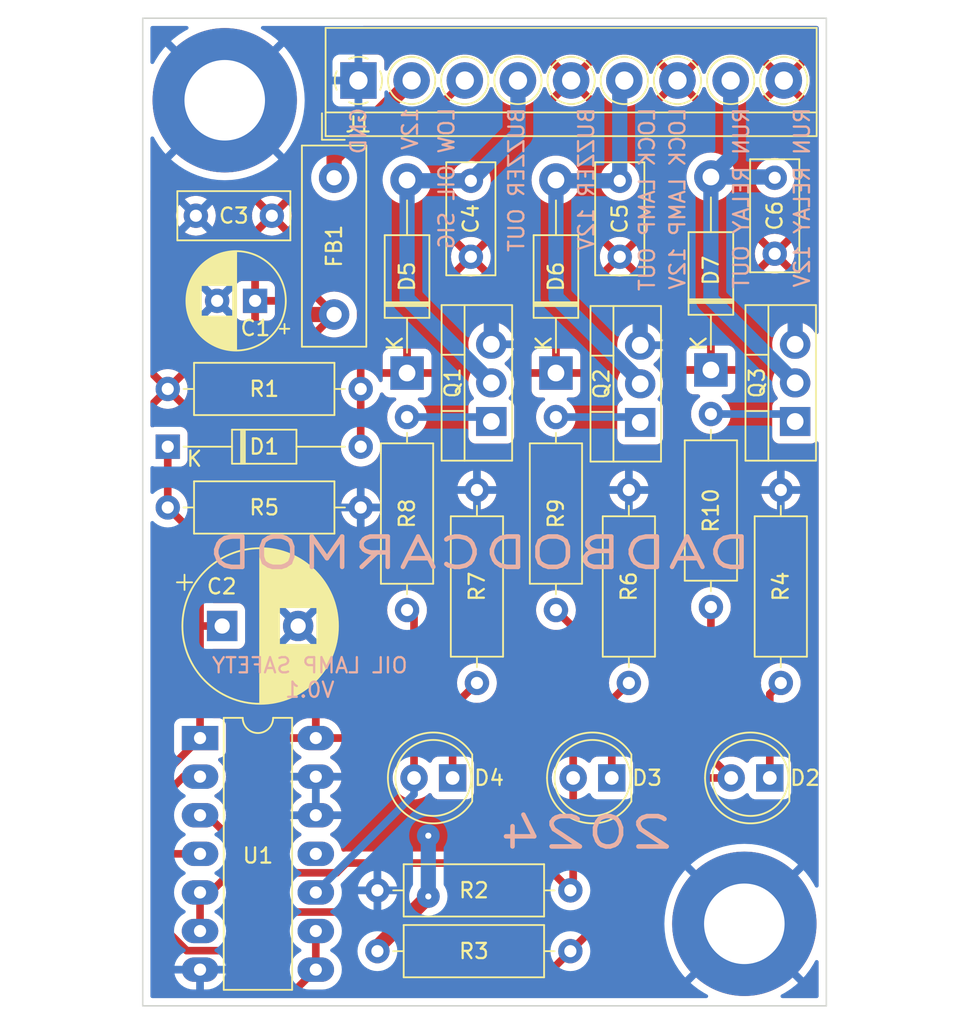
<source format=kicad_pcb>
(kicad_pcb (version 20211014) (generator pcbnew)
  (title_block (title "Oil Lamp Safety") (date "2024-08-07") (rev "v0.1") (company "DadBodCarMod"))
  (layers (0 "F.Cu" signal) (31 "B.Cu" signal) (34 "B.Paste" user) (35 "F.Paste" user) (36 "B.SilkS" user "B.Silkscreen") (37 "F.SilkS" user "F.Silkscreen") (38 "B.Mask" user) (39 "F.Mask" user) (44 "Edge.Cuts" user))
  (net 0 "")
  (net 1 "OIL_BUZZER_OUT_12V")
  (net 2 "12V_GND")
  (net 3 "Net-(C2-Pad1)")
  (net 4 "OIL_BUZZER_OUT_SIG")
  (net 5 "LOCKOUT_LAMP_OUT_SIG")
  (net 6 "RUN_RELAY_OUT_SIG")
  (net 7 "OIL_LOW_SIGNAL")
  (net 8 "Net-(D2-Pad1)")
  (net 9 "RUN")
  (net 10 "Net-(D3-Pad1)")
  (net 11 "LOCKOUT")
  (net 12 "Net-(D4-Pad1)")
  (net 13 "OIL_LOW")
  (net 14 "12V_BATT")
  (net 15 "Net-(Q1-Pad1)")
  (net 16 "Net-(Q2-Pad1)")
  (net 17 "Net-(Q3-Pad1)")
  (footprint "Resistor_THT:R_Axial_DIN0309_L9.0mm_D3.2mm_P12.70mm_Horizontal" (layer "F.Cu") (at 95.45 121.4)
    (fp_text reference "R3" (at 6.35 0) (layer "F.SilkS"))
    (fp_text value "100K")
    (pad "1" thru_hole circle (at 0 0) (size 1.6 1.6) (drill 0.8) (layers *.Cu *.Mask) (net 1 "OIL_BUZZER_OUT_12V"))
    (pad "2" thru_hole oval (at 12.7 0) (size 1.6 1.6) (drill 0.8) (layers *.Cu *.Mask) (net 9 "RUN"))
  )
  (footprint "LED_THT:LED_D5.0mm" (layer "F.Cu") (at 121.275 110 180)
    (fp_text reference "D2" (at -2.325 0 180) (layer "F.SilkS"))
    (fp_text value "GREEN LED")
    (pad "1" thru_hole rect (at 0 0 180) (size 1.8 1.8) (drill 0.9) (layers *.Cu *.Mask) (net 8 "Net-(D2-Pad1)"))
    (pad "2" thru_hole circle (at 2.54 0 180) (size 1.8 1.8) (drill 0.9) (layers *.Cu *.Mask) (net 9 "RUN"))
  )
  (footprint "Diode_THT:D_DO-41_SOD81_P12.70mm_Horizontal" (layer "F.Cu") (at 97.4 83.35 90)
    (fp_text reference "D5" (at 6.35 0 90) (layer "F.SilkS"))
    (fp_text value "1N4004")
    (fp_text user "K" (at 1.95 -0.8 90) (layer "F.SilkS"))
    (pad "1" thru_hole rect (at 0 0 90) (size 2.2 2.2) (drill 1.1) (layers *.Cu *.Mask) (net 1 "OIL_BUZZER_OUT_12V"))
    (pad "2" thru_hole oval (at 12.7 0 90) (size 2.2 2.2) (drill 1.1) (layers *.Cu *.Mask) (net 4 "OIL_BUZZER_OUT_SIG"))
  )
  (footprint "Resistor_THT:R_Axial_DIN0309_L9.0mm_D3.2mm_P12.70mm_Horizontal" (layer "F.Cu") (at 112 103.75 90)
    (fp_text reference "R6" (at 6.35 0 90) (layer "F.SilkS"))
    (fp_text value "4.7K")
    (pad "1" thru_hole circle (at 0 0 90) (size 1.6 1.6) (drill 0.8) (layers *.Cu *.Mask) (net 10 "Net-(D3-Pad1)"))
    (pad "2" thru_hole oval (at 12.7 0 90) (size 1.6 1.6) (drill 0.8) (layers *.Cu *.Mask) (net 2 "12V_GND"))
  )
  (footprint "MountingHole:MountingHole_5.3mm_M5_ISO7380_Pad" (layer "F.Cu") (at 119.6 119.6)
    (fp_text reference "REF**")
    (fp_text value "MountingHole_5.3mm_M5_ISO7380_Pad")
    (pad "1" thru_hole circle (at 0 0) (size 9.5 9.5) (drill 5.3) (layers *.Cu *.Mask) (net 2 "12V_GND"))
  )
  (footprint "LED_THT:LED_D5.0mm" (layer "F.Cu") (at 110.875 110 180)
    (fp_text reference "D3" (at -2.325 0 180) (layer "F.SilkS"))
    (fp_text value "YELLOW LED")
    (pad "1" thru_hole rect (at 0 0 180) (size 1.8 1.8) (drill 0.9) (layers *.Cu *.Mask) (net 10 "Net-(D3-Pad1)"))
    (pad "2" thru_hole circle (at 2.54 0 180) (size 1.8 1.8) (drill 0.9) (layers *.Cu *.Mask) (net 11 "LOCKOUT"))
  )
  (footprint "Resistor_THT:R_Axial_DIN0309_L9.0mm_D3.2mm_P12.70mm_Horizontal" (layer "F.Cu") (at 107.2 98.95 90)
    (fp_text reference "R9" (at 6.35 0 90) (layer "F.SilkS"))
    (fp_text value "1K")
    (pad "1" thru_hole circle (at 0 0 90) (size 1.6 1.6) (drill 0.8) (layers *.Cu *.Mask) (net 11 "LOCKOUT"))
    (pad "2" thru_hole oval (at 12.7 0 90) (size 1.6 1.6) (drill 0.8) (layers *.Cu *.Mask) (net 16 "Net-(Q2-Pad1)"))
  )
  (footprint "Package_DIP:DIP-14_W7.62mm_LongPads" (layer "F.Cu") (at 83.775 107.375)
    (fp_text reference "U1" (at 3.81 7.74) (layer "F.SilkS"))
    (fp_text value "HEF4093B")
    (pad "1" thru_hole rect (at 0 0) (size 2.4 1.6) (drill 0.8) (layers *.Cu *.Mask) (net 3 "Net-(C2-Pad1)"))
    (pad "2" thru_hole oval (at 0 2.54) (size 2.4 1.6) (drill 0.8) (layers *.Cu *.Mask) (net 9 "RUN"))
    (pad "3" thru_hole oval (at 0 5.08) (size 2.4 1.6) (drill 0.8) (layers *.Cu *.Mask) (net 11 "LOCKOUT"))
    (pad "4" thru_hole oval (at 0 7.62) (size 2.4 1.6) (drill 0.8) (layers *.Cu *.Mask) (net 9 "RUN"))
    (pad "5" thru_hole oval (at 0 10.16) (size 2.4 1.6) (drill 0.8) (layers *.Cu *.Mask) (net 11 "LOCKOUT"))
    (pad "6" thru_hole oval (at 0 12.7) (size 2.4 1.6) (drill 0.8) (layers *.Cu *.Mask) (net 11 "LOCKOUT"))
    (pad "7" thru_hole oval (at 0 15.24) (size 2.4 1.6) (drill 0.8) (layers *.Cu *.Mask) (net 2 "12V_GND"))
    (pad "8" thru_hole oval (at 7.62 15.24) (size 2.4 1.6) (drill 0.8) (layers *.Cu *.Mask) (net 3 "Net-(C2-Pad1)"))
    (pad "9" thru_hole oval (at 7.62 12.7) (size 2.4 1.6) (drill 0.8) (layers *.Cu *.Mask) (net 3 "Net-(C2-Pad1)"))
    (pad "10" thru_hole oval (at 7.62 10.16) (size 2.4 1.6) (drill 0.8) (layers *.Cu *.Mask) (net 13 "OIL_LOW"))
    (pad "11" thru_hole oval (at 7.62 7.62) (size 2.4 1.6) (drill 0.8) (layers *.Cu *.Mask))
    (pad "12" thru_hole oval (at 7.62 5.08) (size 2.4 1.6) (drill 0.8) (layers *.Cu *.Mask) (net 2 "12V_GND"))
    (pad "13" thru_hole oval (at 7.62 2.54) (size 2.4 1.6) (drill 0.8) (layers *.Cu *.Mask) (net 2 "12V_GND"))
    (pad "14" thru_hole oval (at 7.62 0) (size 2.4 1.6) (drill 0.8) (layers *.Cu *.Mask) (net 1 "OIL_BUZZER_OUT_12V"))
  )
  (footprint "Resistor_THT:R_Box_L13.0mm_W4.0mm_P9.00mm" (layer "F.Cu") (at 92.6 70.5 -90)
    (fp_text reference "FB1" (at 4.5 0 90) (layer "F.SilkS"))
    (fp_text value "FerriteBead")
    (pad "1" thru_hole circle (at 0 0 270) (size 2 2) (drill 1) (layers *.Cu *.Mask) (net 14 "12V_BATT"))
    (pad "2" thru_hole circle (at 9 0 270) (size 2 2) (drill 1) (layers *.Cu *.Mask) (net 1 "OIL_BUZZER_OUT_12V"))
  )
  (footprint "Package_TO_SOT_THT:TO-220-3_Vertical" (layer "F.Cu") (at 102.945 86.54 90)
    (fp_text reference "Q1" (at 2.54 -2.545 90) (layer "F.SilkS"))
    (fp_text value "IRF540N")
    (pad "1" thru_hole rect (at 0 0 90) (size 1.905 2) (drill 1.1) (layers *.Cu *.Mask) (net 15 "Net-(Q1-Pad1)"))
    (pad "2" thru_hole oval (at 2.54 0 90) (size 1.905 2) (drill 1.1) (layers *.Cu *.Mask) (net 4 "OIL_BUZZER_OUT_SIG"))
    (pad "3" thru_hole oval (at 5.08 0 90) (size 1.905 2) (drill 1.1) (layers *.Cu *.Mask) (net 2 "12V_GND"))
  )
  (footprint "Resistor_THT:R_Axial_DIN0309_L9.0mm_D3.2mm_P12.70mm_Horizontal" (layer "F.Cu") (at 81.65 84.4)
    (fp_text reference "R1" (at 6.35 0) (layer "F.SilkS"))
    (fp_text value "100K")
    (pad "1" thru_hole circle (at 0 0) (size 1.6 1.6) (drill 0.8) (layers *.Cu *.Mask) (net 1 "OIL_BUZZER_OUT_12V"))
    (pad "2" thru_hole oval (at 12.7 0) (size 1.6 1.6) (drill 0.8) (layers *.Cu *.Mask) (net 7 "OIL_LOW_SIGNAL"))
  )
  (footprint "Resistor_THT:R_Axial_DIN0309_L9.0mm_D3.2mm_P12.70mm_Horizontal" (layer "F.Cu") (at 117.4 98.75 90)
    (fp_text reference "R10" (at 6.35 0 90) (layer "F.SilkS"))
    (fp_text value "1K")
    (pad "1" thru_hole circle (at 0 0 90) (size 1.6 1.6) (drill 0.8) (layers *.Cu *.Mask) (net 9 "RUN"))
    (pad "2" thru_hole oval (at 12.7 0 90) (size 1.6 1.6) (drill 0.8) (layers *.Cu *.Mask) (net 17 "Net-(Q3-Pad1)"))
  )
  (footprint "Diode_THT:D_DO-41_SOD81_P12.70mm_Horizontal" (layer "F.Cu") (at 117.4 83.15 90)
    (fp_text reference "D7" (at 6.55 0 90) (layer "F.SilkS"))
    (fp_text value "1N4004")
    (fp_text user "K" (at 1.75 -0.8 90) (layer "F.SilkS"))
    (pad "1" thru_hole rect (at 0 0 90) (size 2.2 2.2) (drill 1.1) (layers *.Cu *.Mask) (net 1 "OIL_BUZZER_OUT_12V"))
    (pad "2" thru_hole oval (at 12.7 0 90) (size 2.2 2.2) (drill 1.1) (layers *.Cu *.Mask) (net 6 "RUN_RELAY_OUT_SIG"))
  )
  (footprint "Resistor_THT:R_Axial_DIN0309_L9.0mm_D3.2mm_P12.70mm_Horizontal" (layer "F.Cu") (at 81.65 92.2)
    (fp_text reference "R5" (at 6.35 0) (layer "F.SilkS"))
    (fp_text value "500K")
    (pad "1" thru_hole circle (at 0 0) (size 1.6 1.6) (drill 0.8) (layers *.Cu *.Mask) (net 3 "Net-(C2-Pad1)"))
    (pad "2" thru_hole oval (at 12.7 0) (size 1.6 1.6) (drill 0.8) (layers *.Cu *.Mask) (net 2 "12V_GND"))
  )
  (footprint "Resistor_THT:R_Axial_DIN0309_L9.0mm_D3.2mm_P12.70mm_Horizontal" (layer "F.Cu") (at 122 103.75 90)
    (fp_text reference "R4" (at 6.35 0 90) (layer "F.SilkS"))
    (fp_text value "4.7K")
    (pad "1" thru_hole circle (at 0 0 90) (size 1.6 1.6) (drill 0.8) (layers *.Cu *.Mask) (net 8 "Net-(D2-Pad1)"))
    (pad "2" thru_hole oval (at 12.7 0 90) (size 1.6 1.6) (drill 0.8) (layers *.Cu *.Mask) (net 2 "12V_GND"))
  )
  (footprint "Package_TO_SOT_THT:TO-220-3_Vertical" (layer "F.Cu") (at 122.945 86.54 90)
    (fp_text reference "Q3" (at 2.54 -2.515 90) (layer "F.SilkS"))
    (fp_text value "IRF540N")
    (pad "1" thru_hole rect (at 0 0 90) (size 1.905 2) (drill 1.1) (layers *.Cu *.Mask) (net 17 "Net-(Q3-Pad1)"))
    (pad "2" thru_hole oval (at 2.54 0 90) (size 1.905 2) (drill 1.1) (layers *.Cu *.Mask) (net 6 "RUN_RELAY_OUT_SIG"))
    (pad "3" thru_hole oval (at 5.08 0 90) (size 1.905 2) (drill 1.1) (layers *.Cu *.Mask) (net 2 "12V_GND"))
  )
  (footprint "Resistor_THT:R_Axial_DIN0309_L9.0mm_D3.2mm_P12.70mm_Horizontal" (layer "F.Cu") (at 97.4 98.95 90)
    (fp_text reference "R8" (at 6.35 0 90) (layer "F.SilkS"))
    (fp_text value "1K")
    (pad "1" thru_hole circle (at 0 0 90) (size 1.6 1.6) (drill 0.8) (layers *.Cu *.Mask) (net 13 "OIL_LOW"))
    (pad "2" thru_hole oval (at 12.7 0 90) (size 1.6 1.6) (drill 0.8) (layers *.Cu *.Mask) (net 15 "Net-(Q1-Pad1)"))
  )
  (footprint "Capacitor_THT:C_Rect_L7.2mm_W3.0mm_P5.00mm_FKS2_FKP2_MKS2_MKP2" (layer "F.Cu") (at 111.4 75.7 90)
    (fp_text reference "C5" (at 2.5 0 90) (layer "F.SilkS"))
    (fp_text value "100 nF")
    (pad "1" thru_hole circle (at 0 0 90) (size 1.6 1.6) (drill 0.8) (layers *.Cu *.Mask) (net 1 "OIL_BUZZER_OUT_12V"))
    (pad "2" thru_hole circle (at 5 0 90) (size 1.6 1.6) (drill 0.8) (layers *.Cu *.Mask) (net 5 "LOCKOUT_LAMP_OUT_SIG"))
  )
  (footprint "Package_TO_SOT_THT:TO-220-3_Vertical" (layer "F.Cu") (at 112.745 86.6 90)
    (fp_text reference "Q2" (at 2.54 -2.545 90) (layer "F.SilkS"))
    (fp_text value "IRF540N")
    (pad "1" thru_hole rect (at 0 0 90) (size 1.905 2) (drill 1.1) (layers *.Cu *.Mask) (net 16 "Net-(Q2-Pad1)"))
    (pad "2" thru_hole oval (at 2.54 0 90) (size 1.905 2) (drill 1.1) (layers *.Cu *.Mask) (net 5 "LOCKOUT_LAMP_OUT_SIG"))
    (pad "3" thru_hole oval (at 5.08 0 90) (size 1.905 2) (drill 1.1) (layers *.Cu *.Mask) (net 2 "12V_GND"))
  )
  (footprint "Diode_THT:D_DO-35_SOD27_P12.70mm_Horizontal" (layer "F.Cu") (at 81.65 88.2)
    (fp_text reference "D1" (at 6.35 0) (layer "F.SilkS"))
    (fp_text value "1N4148")
    (fp_text user "K" (at 1.75 0.8) (layer "F.SilkS"))
    (pad "1" thru_hole rect (at 0 0) (size 1.6 1.6) (drill 0.8) (layers *.Cu *.Mask) (net 3 "Net-(C2-Pad1)"))
    (pad "2" thru_hole oval (at 12.7 0) (size 1.6 1.6) (drill 0.8) (layers *.Cu *.Mask) (net 7 "OIL_LOW_SIGNAL"))
  )
  (footprint "Resistor_THT:R_Axial_DIN0309_L9.0mm_D3.2mm_P12.70mm_Horizontal" (layer "F.Cu") (at 108.15 117.4 180)
    (fp_text reference "R2" (at 6.35 0) (layer "F.SilkS"))
    (fp_text value "100K")
    (pad "1" thru_hole circle (at 0 0 180) (size 1.6 1.6) (drill 0.8) (layers *.Cu *.Mask) (net 11 "LOCKOUT"))
    (pad "2" thru_hole oval (at 12.7 0 180) (size 1.6 1.6) (drill 0.8) (layers *.Cu *.Mask) (net 2 "12V_GND"))
  )
  (footprint "Resistor_THT:R_Axial_DIN0309_L9.0mm_D3.2mm_P12.70mm_Horizontal" (layer "F.Cu") (at 102 103.75 90)
    (fp_text reference "R7" (at 6.35 0 90) (layer "F.SilkS"))
    (fp_text value "4.7K")
    (pad "1" thru_hole circle (at 0 0 90) (size 1.6 1.6) (drill 0.8) (layers *.Cu *.Mask) (net 12 "Net-(D4-Pad1)"))
    (pad "2" thru_hole oval (at 12.7 0 90) (size 1.6 1.6) (drill 0.8) (layers *.Cu *.Mask) (net 2 "12V_GND"))
  )
  (footprint "Capacitor_THT:CP_Radial_D6.3mm_P2.50mm" (layer "F.Cu") (at 87.4 78.6 180)
    (fp_text reference "C1" (at -0.01762 -1.8) (layer "F.SilkS"))
    (fp_text value "10 uF")
    (pad "1" thru_hole rect (at 0 0 180) (size 1.6 1.6) (drill 0.8) (layers *.Cu *.Mask) (net 1 "OIL_BUZZER_OUT_12V"))
    (pad "2" thru_hole circle (at 2.5 0 180) (size 1.6 1.6) (drill 0.8) (layers *.Cu *.Mask) (net 2 "12V_GND"))
  )
  (footprint "LED_THT:LED_D5.0mm" (layer "F.Cu") (at 100.4 110 180)
    (fp_text reference "D4" (at -2.4 0 180) (layer "F.SilkS"))
    (fp_text value "RED LED")
    (pad "1" thru_hole rect (at 0 0 180) (size 1.8 1.8) (drill 0.9) (layers *.Cu *.Mask) (net 12 "Net-(D4-Pad1)"))
    (pad "2" thru_hole circle (at 2.54 0 180) (size 1.8 1.8) (drill 0.9) (layers *.Cu *.Mask) (net 13 "OIL_LOW"))
  )
  (footprint "Capacitor_THT:CP_Radial_D10.0mm_P5.00mm" (layer "F.Cu") (at 85.232323 100)
    (fp_text reference "C2" (at -0.032323 -2.6) (layer "F.SilkS"))
    (fp_text value "100 uF")
    (pad "1" thru_hole rect (at 0 0) (size 2 2) (drill 1) (layers *.Cu *.Mask) (net 3 "Net-(C2-Pad1)"))
    (pad "2" thru_hole circle (at 5 0) (size 2 2) (drill 1) (layers *.Cu *.Mask) (net 2 "12V_GND"))
  )
  (footprint "MountingHole:MountingHole_5.3mm_M5_ISO7380_Pad" (layer "F.Cu") (at 85.4 65.4)
    (fp_text reference "REF**")
    (fp_text value "MountingHole_5.3mm_M5_ISO7380_Pad")
    (pad "1" thru_hole circle (at 0 0) (size 9.5 9.5) (drill 5.3) (layers *.Cu *.Mask) (net 2 "12V_GND"))
  )
  (footprint "Diode_THT:D_DO-41_SOD81_P12.70mm_Horizontal" (layer "F.Cu") (at 107.2 83.35 90)
    (fp_text reference "D6" (at 6.35 0 90) (layer "F.SilkS"))
    (fp_text value "1N4004")
    (fp_text user "K" (at 1.95 -0.8 90) (layer "F.SilkS"))
    (pad "1" thru_hole rect (at 0 0 90) (size 2.2 2.2) (drill 1.1) (layers *.Cu *.Mask) (net 1 "OIL_BUZZER_OUT_12V"))
    (pad "2" thru_hole oval (at 12.7 0 90) (size 2.2 2.2) (drill 1.1) (layers *.Cu *.Mask) (net 5 "LOCKOUT_LAMP_OUT_SIG"))
  )
  (footprint "Capacitor_THT:C_Rect_L7.2mm_W3.0mm_P5.00mm_FKS2_FKP2_MKS2_MKP2" (layer "F.Cu") (at 101.6 75.7 90)
    (fp_text reference "C4" (at 2.5 0 90) (layer "F.SilkS"))
    (fp_text value "100 nF")
    (pad "1" thru_hole circle (at 0 0 90) (size 1.6 1.6) (drill 0.8) (layers *.Cu *.Mask) (net 1 "OIL_BUZZER_OUT_12V"))
    (pad "2" thru_hole circle (at 5 0 90) (size 1.6 1.6) (drill 0.8) (layers *.Cu *.Mask) (net 4 "OIL_BUZZER_OUT_SIG"))
  )
  (footprint "TerminalBlock_4Ucon:TerminalBlock_4Ucon_1x09_P3.50mm_Horizontal" (layer "F.Cu") (at 94.2 64.1)
    (fp_text reference "J1" (at 0 2.9) (layer "F.SilkS"))
    (fp_text value "Screw_Terminal_01x09")
    (pad "1" thru_hole rect (at 0 0) (size 2.4 2.4) (drill 1.2) (layers *.Cu *.Mask) (net 2 "12V_GND"))
    (pad "2" thru_hole circle (at 3.5 0) (size 2.4 2.4) (drill 1.2) (layers *.Cu *.Mask) (net 14 "12V_BATT"))
    (pad "3" thru_hole circle (at 7 0) (size 2.4 2.4) (drill 1.2) (layers *.Cu *.Mask) (net 7 "OIL_LOW_SIGNAL"))
    (pad "4" thru_hole circle (at 10.5 0) (size 2.4 2.4) (drill 1.2) (layers *.Cu *.Mask) (net 4 "OIL_BUZZER_OUT_SIG"))
    (pad "5" thru_hole circle (at 14 0) (size 2.4 2.4) (drill 1.2) (layers *.Cu *.Mask) (net 1 "OIL_BUZZER_OUT_12V"))
    (pad "6" thru_hole circle (at 17.5 0) (size 2.4 2.4) (drill 1.2) (layers *.Cu *.Mask) (net 5 "LOCKOUT_LAMP_OUT_SIG"))
    (pad "7" thru_hole circle (at 21 0) (size 2.4 2.4) (drill 1.2) (layers *.Cu *.Mask) (net 1 "OIL_BUZZER_OUT_12V"))
    (pad "8" thru_hole circle (at 24.5 0) (size 2.4 2.4) (drill 1.2) (layers *.Cu *.Mask) (net 6 "RUN_RELAY_OUT_SIG"))
    (pad "9" thru_hole circle (at 28 0) (size 2.4 2.4) (drill 1.2) (layers *.Cu *.Mask) (net 1 "OIL_BUZZER_OUT_12V"))
  )
  (footprint "Capacitor_THT:C_Rect_L7.2mm_W3.0mm_P5.00mm_FKS2_FKP2_MKS2_MKP2" (layer "F.Cu") (at 88.5 73 180)
    (fp_text reference "C3" (at 2.5 0) (layer "F.SilkS"))
    (fp_text value "100 nF")
    (pad "1" thru_hole circle (at 0 0 180) (size 1.6 1.6) (drill 0.8) (layers *.Cu *.Mask) (net 1 "OIL_BUZZER_OUT_12V"))
    (pad "2" thru_hole circle (at 5 0 180) (size 1.6 1.6) (drill 0.8) (layers *.Cu *.Mask) (net 2 "12V_GND"))
  )
  (footprint "Capacitor_THT:C_Rect_L7.2mm_W3.0mm_P5.00mm_FKS2_FKP2_MKS2_MKP2" (layer "F.Cu") (at 121.6 75.5 90)
    (fp_text reference "C6" (at 2.5 0 90) (layer "F.SilkS"))
    (fp_text value "100 nF")
    (pad "1" thru_hole circle (at 0 0 90) (size 1.6 1.6) (drill 0.8) (layers *.Cu *.Mask) (net 1 "OIL_BUZZER_OUT_12V"))
    (pad "2" thru_hole circle (at 5 0 90) (size 1.6 1.6) (drill 0.8) (layers *.Cu *.Mask) (net 6 "RUN_RELAY_OUT_SIG"))
  )
  (gr_rect (start 80 60) (end 125 125) (layer "Edge.Cuts") (width 0.1) (fill none))
  (gr_text "BUZZER OUT" (at 104.6 65.8 90) (layer "B.SilkS") (effects (font (size 1 1)) (justify left mirror)))
  (gr_text "OIL LAMP SAFETY\nV0.1" (at 91 103.4) (layer "B.SilkS") (effects (font (size 1 1)) (justify mirror)))
  (gr_text "2024" (at 109.2 113.6) (layer "B.SilkS") (effects (font (size 2 3) (thickness 0.3)) (justify mirror)))
  (gr_text "LOCK LAMP 12V" (at 115.2 65.8 90) (layer "B.SilkS") (effects (font (size 1 1)) (justify left mirror)))
  (gr_text "LOCK LAMP OUT" (at 113.2 65.8 90) (layer "B.SilkS") (effects (font (size 1 1)) (justify left mirror)))
  (gr_text "RUN RELAY 12V" (at 123.4 65.8 90) (layer "B.SilkS") (effects (font (size 1 1)) (justify left mirror)))
  (gr_text "DADBODCARMOD" (at 102.2 95.2) (layer "B.SilkS") (effects (font (size 2 3) (thickness 0.3)) (justify mirror)))
  (gr_text "GND" (at 94.2 65.8 90) (layer "B.SilkS") (effects (font (size 1 1)) (justify left mirror)))
  (gr_text "LOW OIL SIG" (at 100 65.8 90) (layer "B.SilkS") (effects (font (size 1 1)) (justify left mirror)))
  (gr_text "RUN RELAY OUT" (at 119.4 65.8 90) (layer "B.SilkS") (effects (font (size 1 1)) (justify left mirror)))
  (gr_text "12V" (at 97.6 65.8 90) (layer "B.SilkS") (effects (font (size 1 1)) (justify left mirror)))
  (gr_text "BUZZER 12V" (at 109.2 65.8 90) (layer "B.SilkS") (effects (font (size 1 1)) (justify left mirror)))
  (segment (start 95.45 121.15) (end 98.8 117.8) (width 1) (layer "F.Cu") (net 1))
  (segment (start 92.6 79.5) (end 90.9 79.5) (width 1) (layer "F.Cu") (net 1))
  (segment (start 95.45 121.4) (end 95.45 121.15) (width 1) (layer "F.Cu") (net 1))
  (via (at 98.8 113.8) (size 1.5) (drill 0.4) (layers "F.Cu" "B.Cu") (net 1))
  (via (at 98.8 117.8) (size 1.5) (drill 0.4) (layers "F.Cu" "B.Cu") (net 1))
  (segment (start 98.8 117.8) (end 98.8 113.8) (width 1) (layer "B.Cu") (net 1))
  (segment (start 112.745 81.52) (end 112.745 79.655) (width 1) (layer "B.Cu") (net 2))
  (segment (start 122.945 81.46) (end 122.945 79.455) (width 1) (layer "B.Cu") (net 2))
  (segment (start 102.945 81.46) (end 102.945 79.455) (width 1) (layer "B.Cu") (net 2))
  (segment (start 80.80048 110.34952) (end 80.80048 123.00048) (width 0.5) (layer "F.Cu") (net 3))
  (segment (start 91.385 122.615) (end 91.395 122.615) (width 0.5) (layer "F.Cu") (net 3))
  (segment (start 81.65 88.2) (end 81.65 92.2) (width 0.5) (layer "F.Cu") (net 3))
  (segment (start 83.775 107.375) (end 83.775 99.975) (width 0.5) (layer "F.Cu") (net 3))
  (segment (start 85.232323 100) (end 83.8 100) (width 0.5) (layer "F.Cu") (net 3))
  (segment (start 83.8 100) (end 83.775 99.975) (width 0.5) (layer "F.Cu") (net 3))
  (segment (start 83.775 94.325) (end 81.65 92.2) (width 0.5) (layer "F.Cu") (net 3))
  (segment (start 89.8 124.2) (end 91.385 122.615) (width 0.5) (layer "F.Cu") (net 3))
  (segment (start 91.395 122.615) (end 91.395 120.075) (width 0.5) (layer "F.Cu") (net 3))
  (segment (start 80.80048 123.00048) (end 82 124.2) (width 0.5) (layer "F.Cu") (net 3))
  (segment (start 83.775 107.375) (end 80.80048 110.34952) (width 0.5) (layer "F.Cu") (net 3))
  (segment (start 82 124.2) (end 89.8 124.2) (width 0.5) (layer "F.Cu") (net 3))
  (segment (start 83.775 99.975) (end 83.775 94.325) (width 0.5) (layer "F.Cu") (net 3))
  (segment (start 104.7 67.6) (end 101.6 70.7) (width 1) (layer "B.Cu") (net 4))
  (segment (start 97.4 78.455) (end 102.945 84) (width 1) (layer "B.Cu") (net 4))
  (segment (start 104.7 64.1) (end 104.7 67.6) (width 1) (layer "B.Cu") (net 4))
  (segment (start 101.6 70.7) (end 97.45 70.7) (width 1) (layer "B.Cu") (net 4))
  (segment (start 97.4 70.65) (end 97.4 78.455) (width 1) (layer "B.Cu") (net 4))
  (segment (start 97.45 70.7) (end 97.4 70.65) (width 1) (layer "B.Cu") (net 4))
  (segment (start 107.2 78.358809) (end 107.2 70.65) (width 1) (layer "B.Cu") (net 5))
  (segment (start 111.4 64.4) (end 111.7 64.1) (width 1) (layer "B.Cu") (net 5))
  (segment (start 112.745 83.903809) (end 107.2 78.358809) (width 1) (layer "B.Cu") (net 5))
  (segment (start 111.4 70.7) (end 107.25 70.7) (width 1) (layer "B.Cu") (net 5))
  (segment (start 111.4 70.7) (end 111.4 64.4) (width 1) (layer "B.Cu") (net 5))
  (segment (start 112.745 84.06) (end 112.745 83.903809) (width 1) (layer "B.Cu") (net 5))
  (segment (start 107.25 70.7) (end 107.2 70.65) (width 1) (layer "B.Cu") (net 5))
  (segment (start 117.4 70.45) (end 121.55 70.45) (width 1) (layer "B.Cu") (net 6))
  (segment (start 121.55 70.45) (end 121.6 70.5) (width 1) (layer "B.Cu") (net 6))
  (segment (start 118.7 64.1) (end 118.7 69.15) (width 1) (layer "B.Cu") (net 6))
  (segment (start 118.7 69.15) (end 117.4 70.45) (width 1) (layer "B.Cu") (net 6))
  (segment (start 117.4 78.455) (end 117.4 70.45) (width 1) (layer "B.Cu") (net 6))
  (segment (start 122.945 84) (end 117.4 78.455) (width 1) (layer "B.Cu") (net 6))
  (segment (start 94.35 84.4) (end 94.35 70.95) (width 0.5) (layer "F.Cu") (net 7))
  (segment (start 94.35 84.4) (end 94.35 88.2) (width 0.5) (layer "F.Cu") (net 7))
  (segment (start 94.35 70.95) (end 101.2 64.1) (width 0.5) (layer "F.Cu") (net 7))
  (segment (start 121.275 110) (end 121.275 104.475) (width 0.5) (layer "F.Cu") (net 8))
  (segment (start 121.275 104.475) (end 122 103.75) (width 0.5) (layer "F.Cu") (net 8))
  (segment (start 93.02548 118.82548) (end 88.57452 118.82548) (width 0.5) (layer "F.Cu") (net 9))
  (segment (start 108.15 121.4) (end 106.55 123) (width 0.5) (layer "F.Cu") (net 9))
  (segment (start 85.96548 121.36548) (end 82.898392 121.36548) (width 0.5) (layer "F.Cu") (net 9))
  (segment (start 82.685 109.915) (end 83.775 109.915) (width 0.5) (layer "F.Cu") (net 9))
  (segment (start 81.766456 120.233544) (end 81.766456 114.966456) (width 0.5) (layer "F.Cu") (net 9))
  (segment (start 94.4 123) (end 93.8 122.4) (width 0.5) (layer "F.Cu") (net 9))
  (segment (start 82.2 110.4) (end 82.685 109.915) (width 0.5) (layer "F.Cu") (net 9))
  (segment (start 81.795 114.995) (end 81.766456 114.966456) (width 0.5) (layer "F.Cu") (net 9))
  (segment (start 117.4 108.665) (end 118.735 110) (width 0.5) (layer "F.Cu") (net 9))
  (segment (start 82.898392 121.36548) (end 81.766456 120.233544) (width 0.5) (layer "F.Cu") (net 9))
  (segment (start 93.8 119.6) (end 93.02548 118.82548) (width 0.5) (layer "F.Cu") (net 9))
  (segment (start 81.766456 110.833544) (end 82.2 110.4) (width 0.5) (layer "F.Cu") (net 9))
  (segment (start 88.57452 118.82548) (end 86 121.4) (width 0.5) (layer "F.Cu") (net 9))
  (segment (start 93.8 122.4) (end 93.8 119.6) (width 0.5) (layer "F.Cu") (net 9))
  (segment (start 106.55 123) (end 94.4 123) (width 0.5) (layer "F.Cu") (net 9))
  (segment (start 110.8 113.4) (end 114.2 110) (width 0.5) (layer "F.Cu") (net 9))
  (segment (start 86 121.4) (end 85.96548 121.36548) (width 0.5) (layer "F.Cu") (net 9))
  (segment (start 110.8 118.75) (end 110.8 113.4) (width 0.5) (layer "F.Cu") (net 9))
  (segment (start 81.766456 114.966456) (end 81.766456 114.566456) (width 0.5) (layer "F.Cu") (net 9))
  (segment (start 81.766456 120.233544) (end 81.766456 110.833544) (width 0.5) (layer "F.Cu") (net 9))
  (segment (start 108.15 121.4) (end 110.8 118.75) (width 0.5) (layer "F.Cu") (net 9))
  (segment (start 83.775 114.995) (end 81.795 114.995) (width 0.5) (layer "F.Cu") (net 9))
  (segment (start 114.2 110) (end 118.735 110) (width 0.5) (layer "F.Cu") (net 9))
  (segment (start 117.4 98.75) (end 117.4 108.665) (width 0.5) (layer "F.Cu") (net 9))
  (segment (start 110.875 110) (end 110.875 104.875) (width 0.5) (layer "F.Cu") (net 10))
  (segment (start 110.875 104.875) (end 112 103.75) (width 0.5) (layer "F.Cu") (net 10))
  (segment (start 108.335 117.215) (end 108.15 117.4) (width 0.5) (layer "F.Cu") (net 11))
  (segment (start 86 114.2) (end 84.255 112.455) (width 0.5) (layer "F.Cu") (net 11))
  (segment (start 108.335 110) (end 108.335 117.215) (width 0.5) (layer "F.Cu") (net 11))
  (segment (start 83.775 117.535) (end 84.465 117.535) (width 0.5) (layer "F.Cu") (net 11))
  (segment (start 108.15 117.4) (end 106.35 115.6) (width 0.5) (layer "F.Cu") (net 11))
  (segment (start 84.465 117.535) (end 86 116) (width 0.5) (layer "F.Cu") (net 11))
  (segment (start 86.24452 116.24452) (end 86 116) (width 0.5) (layer "F.Cu") (net 11))
  (segment (start 106.35 115.6) (end 93.4 115.6) (width 0.5) (layer "F.Cu") (net 11))
  (segment (start 92.75548 116.24452) (end 86.24452 116.24452) (width 0.5) (layer "F.Cu") (net 11))
  (segment (start 83.775 120.075) (end 83.775 117.535) (width 0.5) (layer "F.Cu") (net 11))
  (segment (start 86 116) (end 86 114.2) (width 0.5) (layer "F.Cu") (net 11))
  (segment (start 108.335 100.085) (end 107.2 98.95) (width 0.5) (layer "F.Cu") (net 11))
  (segment (start 84.255 112.455) (end 83.775 112.455) (width 0.5) (layer "F.Cu") (net 11))
  (segment (start 93.4 115.6) (end 92.75548 116.24452) (width 0.5) (layer "F.Cu") (net 11))
  (segment (start 108.335 110) (end 108.335 100.085) (width 0.5) (layer "F.Cu") (net 11))
  (segment (start 100.4 105.35) (end 102 103.75) (width 0.5) (layer "F.Cu") (net 12))
  (segment (start 100.4 110) (end 100.4 105.35) (width 0.5) (layer "F.Cu") (net 12))
  (segment (start 97.86 99.41) (end 97.4 98.95) (width 0.5) (layer "F.Cu") (net 13))
  (segment (start 97.86 110) (end 97.86 99.41) (width 0.5) (layer "F.Cu") (net 13))
  (segment (start 97.86 111.07) (end 97.86 110) (width 0.5) (layer "B.Cu") (net 13))
  (segment (start 91.395 117.535) (end 97.86 111.07) (width 0.5) (layer "B.Cu") (net 13))
  (segment (start 92.6 70.3) (end 92.6 69.2) (width 1) (layer "F.Cu") (net 14))
  (segment (start 92.6 69.2) (end 97.7 64.1) (width 1) (layer "F.Cu") (net 14))
  (segment (start 102.655 86.25) (end 102.945 86.54) (width 0.5) (layer "B.Cu") (net 15))
  (segment (start 97.4 86.25) (end 102.655 86.25) (width 0.5) (layer "B.Cu") (net 15))
  (segment (start 107.2 86.25) (end 112.395 86.25) (width 0.5) (layer "B.Cu") (net 16))
  (segment (start 112.395 86.25) (end 112.745 86.6) (width 0.5) (layer "B.Cu") (net 16))
  (segment (start 122.455 86.05) (end 122.945 86.54) (width 0.5) (layer "B.Cu") (net 17))
  (segment (start 117.4 86.05) (end 122.455 86.05) (width 0.5) (layer "B.Cu") (net 17))
  (zone (net 1) (net_name "OIL_BUZZER_OUT_12V") (layer "F.Cu") (name "12V") (connect_pads (clearance 0.508)) (min_thickness 0.254) (fill yes (thermal_gap 0.508) (thermal_bridge_width 0.508))
    (polygon (pts (xy 125 110) (xy 108.4 110) (xy 108.4 115) (xy 80.2 115) (xy 80 71.2) (xy 94.4 71.2) (xy 94.4 60) (xy 125 60)))
  )
  (zone (net 2) (net_name "12V_GND") (layer "B.Cu") (name "GND") (connect_pads (clearance 0.508)) (min_thickness 0.254) (fill yes (thermal_gap 0.508) (thermal_bridge_width 0.508))
    (polygon (pts (xy 125 125) (xy 80 125) (xy 80 60) (xy 125 60)))
  )
)
</source>
